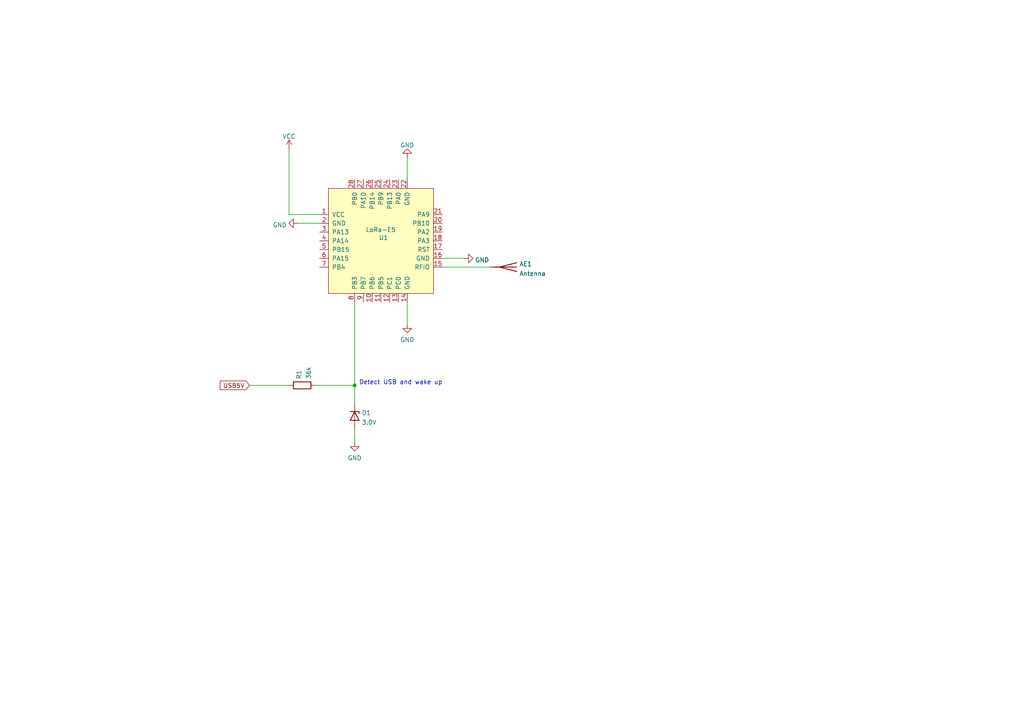
<source format=kicad_sch>
(kicad_sch (version 20210621) (generator eeschema)
  (paper "A4")
  (title_block (title "Aether Sensor Network - LoRa Module") (rev "0.1") (company "University of Central Florida"))
  (lib_symbols
    (symbol "Device:Antenna" (pin_numbers hide) (pin_names (offset 1.016) hide)
      (property "Reference" "AE" (at -1.905 1.905 0))
      (property "Value" "Antenna" (at -1.905 0 0))
      (symbol "Antenna_0_1"
        (polyline (pts (xy 0 2.54) (xy 0 -3.81)) (stroke (width 0.254)))
        (polyline (pts (xy 1.27 2.54) (xy 0 -2.54) (xy -1.27 2.54)) (stroke (width 0.254)))
      )
      (symbol "Antenna_1_1"
        (pin input line (at 0 -5.08 90) (length 2.54) (name "A") (number "1"))
      )
    )
    (symbol "Device:D_Zener" (pin_numbers hide) (pin_names (offset 1.016) hide)
      (property "Reference" "D" (at 0 2.54 0))
      (property "Value" "D_Zener" (at 0 -2.54 0))
      (symbol "D_Zener_0_1"
        (polyline (pts (xy 1.27 0) (xy -1.27 0)))
        (polyline (pts (xy -1.27 -1.27) (xy -1.27 1.27) (xy -0.762 1.27)) (stroke (width 0.254)))
        (polyline (pts (xy 1.27 -1.27) (xy 1.27 1.27) (xy -1.27 0) (xy 1.27 -1.27)) (stroke (width 0.254)))
      )
      (symbol "D_Zener_1_1"
        (pin passive line (at -3.81 0 0) (length 2.54) (name "K") (number "1"))
        (pin passive line (at 3.81 0 180) (length 2.54) (name "A") (number "2"))
      )
    )
    (symbol "Device:R" (pin_numbers hide) (pin_names (offset 0))
      (property "Reference" "R" (at 2.032 0 90))
      (property "Value" "R" (at 0 0 90))
      (symbol "R_0_1"
        (rectangle (start -1.016 -2.54) (end 1.016 2.54) (stroke (width 0.254)))
      )
      (symbol "R_1_1"
        (pin passive line (at 0 3.81 270) (length 1.27) (name "~") (number "1"))
        (pin passive line (at 0 -3.81 90) (length 1.27) (name "~") (number "2"))
      )
    )
    (symbol "LoRa-E5:LoRa-E5" (pin_names (offset 1.016))
      (property "Reference" "U" (at 0 0 0))
      (property "Value" "LoRa-E5" (at 0 2.54 0))
      (symbol "LoRa-E5_0_1"
        (rectangle (start -15.24 15.24) (end 15.24 -15.24) (fill (type background)))
      )
      (symbol "LoRa-E5_1_1"
        (pin input line (at -17.78 7.62 0) (length 2.54) (name "VCC") (number "1"))
        (pin input line (at -2.54 -17.78 90) (length 2.54) (name "PB6") (number "10"))
        (pin input line (at 0 -17.78 90) (length 2.54) (name "PB5") (number "11"))
        (pin input line (at 2.54 -17.78 90) (length 2.54) (name "PC1") (number "12"))
        (pin input line (at 5.08 -17.78 90) (length 2.54) (name "PC0") (number "13"))
        (pin input line (at 7.62 -17.78 90) (length 2.54) (name "GND") (number "14"))
        (pin input line (at 17.78 -7.62 180) (length 2.54) (name "RFIO") (number "15"))
        (pin input line (at 17.78 -5.08 180) (length 2.54) (name "GND") (number "16"))
        (pin input line (at 17.78 -2.54 180) (length 2.54) (name "RST") (number "17"))
        (pin input line (at 17.78 0 180) (length 2.54) (name "PA3") (number "18"))
        (pin input line (at 17.78 2.54 180) (length 2.54) (name "PA2") (number "19"))
        (pin input line (at -17.78 5.08 0) (length 2.54) (name "GND") (number "2"))
        (pin input line (at 17.78 5.08 180) (length 2.54) (name "PB10") (number "20"))
        (pin input line (at 17.78 7.62 180) (length 2.54) (name "PA9") (number "21"))
        (pin input line (at 7.62 17.78 270) (length 2.54) (name "GND") (number "22"))
        (pin input line (at 5.08 17.78 270) (length 2.54) (name "PA0") (number "23"))
        (pin input line (at 2.54 17.78 270) (length 2.54) (name "PB13~{}") (number "24"))
        (pin input line (at 0 17.78 270) (length 2.54) (name "PB9") (number "25"))
        (pin input line (at -2.54 17.78 270) (length 2.54) (name "PB14") (number "26"))
        (pin input line (at -5.08 17.78 270) (length 2.54) (name "PA10") (number "27"))
        (pin input line (at -7.62 17.78 270) (length 2.54) (name "PB0") (number "28"))
        (pin input line (at -17.78 2.54 0) (length 2.54) (name "PA13") (number "3"))
        (pin input line (at -17.78 0 0) (length 2.54) (name "PA14") (number "4"))
        (pin input line (at -17.78 -2.54 0) (length 2.54) (name "PB15") (number "5"))
        (pin input line (at -17.78 -5.08 0) (length 2.54) (name "PA15") (number "6"))
        (pin input line (at -17.78 -7.62 0) (length 2.54) (name "PB4") (number "7"))
        (pin input line (at -7.62 -17.78 90) (length 2.54) (name "PB3") (number "8"))
        (pin input line (at -5.08 -17.78 90) (length 2.54) (name "PB7") (number "9"))
      )
    )
    (symbol "power:GND" (power) (pin_names (offset 0))
      (property "Value" "GND" (at 0 -3.81 0))
      (symbol "GND_0_1"
        (polyline (pts (xy 0 0) (xy 0 -1.27) (xy 1.27 -1.27) (xy 0 -2.54) (xy -1.27 -1.27) (xy 0 -1.27)))
      )
      (symbol "GND_1_1"
        (pin power_in line (at 0 0 270) (length 0) hide (name "GND") (number "1"))
      )
    )
    (symbol "power:VCC" (power) (pin_names (offset 0))
      (property "Value" "VCC" (at 0 3.81 0))
      (symbol "VCC_0_1"
        (polyline (pts (xy -0.762 1.27) (xy 0 2.54)))
        (polyline (pts (xy 0 0) (xy 0 2.54)))
        (polyline (pts (xy 0 2.54) (xy 0.762 1.27)))
      )
      (symbol "VCC_1_1"
        (pin power_in line (at 0 0 90) (length 0) hide (name "VCC") (number "1"))
      )
    )
  )
  (junction (at 102.87 111.76))
  (wire (pts (xy 83.82 43.18) (xy 83.82 62.23)))
  (wire (pts (xy 83.82 111.76) (xy 72.39 111.76)))
  (wire (pts (xy 91.44 111.76) (xy 102.87 111.76)))
  (wire (pts (xy 92.71 62.23) (xy 83.82 62.23)))
  (wire (pts (xy 92.71 64.77) (xy 86.36 64.77)))
  (wire (pts (xy 102.87 87.63) (xy 102.87 111.76)))
  (wire (pts (xy 102.87 116.84) (xy 102.87 111.76)))
  (wire (pts (xy 102.87 128.27) (xy 102.87 124.46)))
  (wire (pts (xy 118.11 52.07) (xy 118.11 45.72)))
  (wire (pts (xy 118.11 87.63) (xy 118.11 93.98)))
  (wire (pts (xy 128.27 74.93) (xy 134.62 74.93)))
  (wire (pts (xy 128.27 77.47) (xy 142.24 77.47)))
  (text "Detect USB and wake up" (at 104.14 111.76 0) (effects (font (size 1.27 1.27)) (justify left bottom)))
  (global_label "USB5V" (shape input) (at 72.39 111.76 180) (property "Intersheet References" "${INTERSHEET_REFS}" (effects hide)))
  (symbol (lib_id "power:VCC") (at 83.82 43.18 0) (unit 1)
    (property "Reference" "#PWR01" (effects hide))
    (property "Value" "VCC" (at 83.82 39.5755 0))
  )
  (symbol (lib_id "power:GND") (at 86.36 64.77 270) (unit 1)
    (property "Reference" "#PWR02" (effects hide))
    (property "Value" "GND" (at 83.185 65.249 90) (effects (justify right)))
  )
  (symbol (lib_id "power:GND") (at 102.87 128.27 0) (unit 1)
    (property "Reference" "#PWR03" (effects hide))
    (property "Value" "GND" (at 102.87 132.8324 0))
  )
  (symbol (lib_id "power:GND") (at 118.11 45.72 180) (unit 1)
    (property "Reference" "#PWR05" (effects hide))
    (property "Value" "GND" (at 118.11 42.1155 0))
  )
  (symbol (lib_id "power:GND") (at 118.11 93.98 0) (unit 1)
    (property "Reference" "#PWR04" (effects hide))
    (property "Value" "GND" (at 118.11 98.5424 0))
  )
  (symbol (lib_id "power:GND") (at 134.62 74.93 90) (unit 1)
    (property "Reference" "#PWR06" (effects hide))
    (property "Value" "GND" (at 137.795 75.409 90) (effects (justify right)))
  )
  (symbol (lib_id "Device:R") (at 87.63 111.76 90) (unit 1)
    (property "Reference" "R1" (at 86.7215 109.982 0) (effects (justify left)))
    (property "Value" "36k" (at 89.4966 109.982 0) (effects (justify left)))
  )
  (symbol (lib_id "Device:D_Zener") (at 102.87 120.65 270) (unit 1)
    (property "Reference" "D1" (at 104.902 119.7415 90) (effects (justify left)))
    (property "Value" "3.0V" (at 104.902 122.5166 90) (effects (justify left)))
  )
  (symbol (lib_id "Device:Antenna") (at 147.32 77.47 270) (unit 1)
    (property "Reference" "AE1" (at 150.6219 76.5615 90) (effects (justify left)))
    (property "Value" "Antenna" (at 150.6219 79.3366 90) (effects (justify left)))
  )
  (symbol (lib_id "LoRa-E5:LoRa-E5") (at 110.49 69.85 0) (unit 1)
    (property "Reference" "U1" (at 109.8551 68.9415 0) (effects (justify left)))
    (property "Value" "LoRa-E5" (at 106.0451 66.6366 0) (effects (justify left)))
  )
)
</source>
